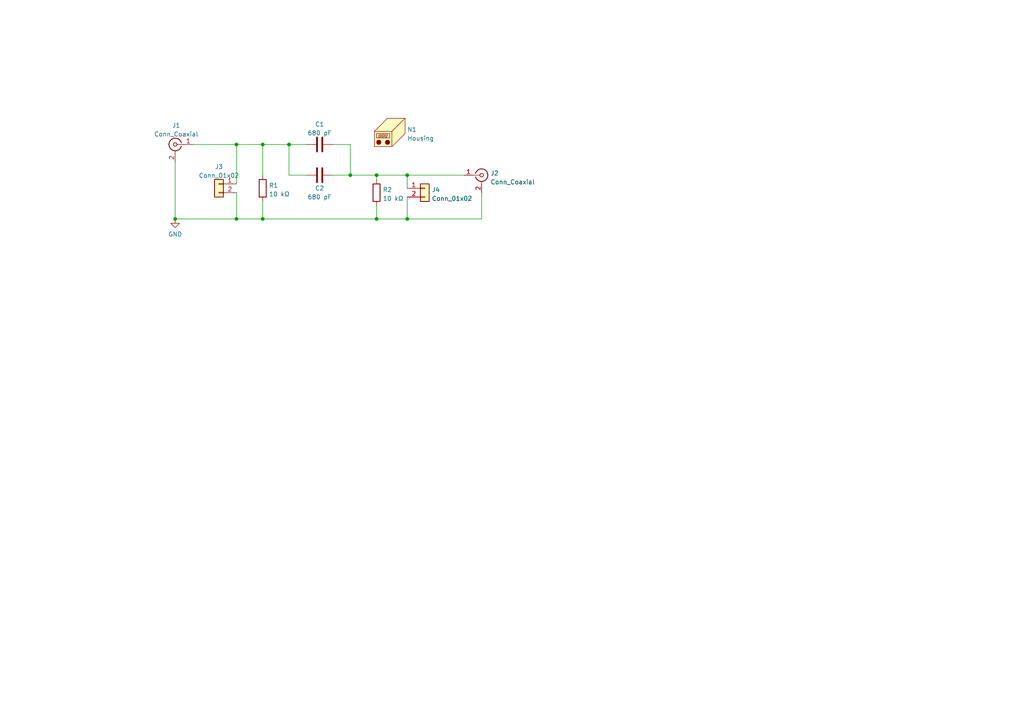
<source format=kicad_sch>
(kicad_sch (version 20211123) (generator eeschema)
  (paper "A4")
  (lib_symbols
    (symbol "Connector:Conn_Coaxial" (pin_names (offset 1.016) hide)
      (property "Reference" "J" (at 0.254 3.048 0))
      (property "Value" "Conn_Coaxial" (at 2.921 0 90))
      (symbol "Conn_Coaxial_0_1"
        (arc (start -1.778 -0.508) (mid 0.222 -1.808) (end 1.778 0) (stroke (width 0.254)))
        (polyline (pts (xy -2.54 0) (xy -0.508 0)))
        (polyline (pts (xy 0 -2.54) (xy 0 -1.778)))
        (circle (center 0 0) (radius 0.508) (stroke (width 0.2032)))
        (arc (start 1.778 0) (mid 0.222 1.8083) (end -1.778 0.508) (stroke (width 0.254)))
      )
      (symbol "Conn_Coaxial_1_1"
        (pin passive line (at -5.08 0 0) (length 2.54) (name "In") (number "1"))
        (pin passive line (at 0 -5.08 90) (length 2.54) (name "Ext") (number "2"))
      )
    )
    (symbol "Connector_Generic:Conn_01x02" (pin_names (offset 1.016) hide)
      (property "Reference" "J" (at 0 2.54 0))
      (property "Value" "Conn_01x02" (at 0 -5.08 0))
      (symbol "Conn_01x02_1_1"
        (rectangle (start -1.27 -2.413) (end 0 -2.667) (stroke (width 0.1524)))
        (rectangle (start -1.27 0.127) (end 0 -0.127) (stroke (width 0.1524)))
        (rectangle (start -1.27 1.27) (end 1.27 -3.81) (stroke (width 0.254)) (fill (type background)))
        (pin passive line (at -5.08 0 0) (length 3.81) (name "Pin_1") (number "1"))
        (pin passive line (at -5.08 -2.54 0) (length 3.81) (name "Pin_2") (number "2"))
      )
    )
    (symbol "Device:C" (pin_numbers hide) (pin_names (offset 0.254))
      (property "Reference" "C" (at 0.635 2.54 0))
      (property "Value" "C" (at 0.635 -2.54 0))
      (symbol "C_0_1"
        (polyline (pts (xy -2.032 -0.762) (xy 2.032 -0.762)) (stroke (width 0.508)))
        (polyline (pts (xy -2.032 0.762) (xy 2.032 0.762)) (stroke (width 0.508)))
      )
      (symbol "C_1_1"
        (pin passive line (at 0 3.81 270) (length 2.794) (name "~") (number "1"))
        (pin passive line (at 0 -3.81 90) (length 2.794) (name "~") (number "2"))
      )
    )
    (symbol "Device:R" (pin_numbers hide) (pin_names (offset 0))
      (property "Reference" "R" (at 2.032 0 90))
      (property "Value" "R" (at 0 0 90))
      (symbol "R_0_1"
        (rectangle (start -1.016 -2.54) (end 1.016 2.54) (stroke (width 0.254)))
      )
      (symbol "R_1_1"
        (pin passive line (at 0 3.81 270) (length 1.27) (name "~") (number "1"))
        (pin passive line (at 0 -3.81 90) (length 1.27) (name "~") (number "2"))
      )
    )
    (symbol "Mechanical:Housing" (pin_names (offset 1.016))
      (property "Reference" "N" (at 3.81 0 0))
      (property "Value" "Housing" (at 3.81 -1.905 0))
      (symbol "Housing_0_1"
        (rectangle (start -5.08 -0.635) (end -1.27 -1.905))
        (circle (center -4.445 -3.175) (radius 0.635) (fill (type outline)))
        (circle (center -1.905 -3.175) (radius 0.635) (fill (type outline)))
        (polyline (pts (xy -4.5212 -1.5748) (xy -4.4704 -1.3716)))
        (polyline (pts (xy -4.4196 -1.6764) (xy -4.064 -1.6764)))
        (polyline (pts (xy -4.4196 -1.2192) (xy -4.3688 -0.9652)))
        (polyline (pts (xy -4.318 -1.3208) (xy -4.0132 -1.3208)))
        (polyline (pts (xy -4.2164 -0.9144) (xy -3.9116 -0.9144)))
        (polyline (pts (xy -3.9116 -1.6256) (xy -3.8608 -1.3716)))
        (polyline (pts (xy -3.81 -1.2192) (xy -3.7592 -0.9652)))
        (polyline (pts (xy -3.6068 -1.5748) (xy -3.556 -1.3716)))
        (polyline (pts (xy -3.5052 -1.6764) (xy -3.1496 -1.6764)))
        (polyline (pts (xy -3.5052 -1.2192) (xy -3.4544 -0.9652)))
        (polyline (pts (xy -3.4036 -1.3208) (xy -3.0988 -1.3208)))
        (polyline (pts (xy -3.302 -0.9144) (xy -2.9972 -0.9144)))
        (polyline (pts (xy -2.9972 -1.6256) (xy -2.9464 -1.3716)))
        (polyline (pts (xy -2.8956 -1.2192) (xy -2.8448 -0.9652)))
        (polyline (pts (xy -2.6924 -1.5748) (xy -2.6416 -1.3716)))
        (polyline (pts (xy -2.5908 -1.6764) (xy -2.2352 -1.6764)))
        (polyline (pts (xy -2.5908 -1.2192) (xy -2.54 -0.9652)))
        (polyline (pts (xy -2.4892 -1.3208) (xy -2.1844 -1.3208)))
        (polyline (pts (xy -2.3876 -0.9144) (xy -2.0828 -0.9144)))
        (polyline (pts (xy -2.0828 -1.6256) (xy -2.032 -1.3716)))
        (polyline (pts (xy -1.9812 -1.2192) (xy -1.9304 -0.9652)))
        (polyline (pts (xy -0.635 0) (xy -0.635 -4.445)))
        (polyline (pts (xy -5.715 0) (xy -0.635 0) (xy 3.175 3.81)))
        (polyline (pts (xy -5.715 0) (xy -5.715 -4.445) (xy -0.635 -4.445) (xy 3.175 -0.635) (xy 3.175 3.81) (xy -1.905 3.81) (xy -5.715 0)) (fill (type background)))
      )
    )
    (symbol "power:GND" (power) (pin_names (offset 0))
      (property "Value" "GND" (at 0 -3.81 0))
      (symbol "GND_0_1"
        (polyline (pts (xy 0 0) (xy 0 -1.27) (xy 1.27 -1.27) (xy 0 -2.54) (xy -1.27 -1.27) (xy 0 -1.27)))
      )
      (symbol "GND_1_1"
        (pin power_in line (at 0 0 270) (length 0) hide (name "GND") (number "1"))
      )
    )
  )
  (junction (at 68.58 41.91))
  (junction (at 76.2 63.5))
  (junction (at 101.6 50.8))
  (junction (at 50.8 63.5))
  (junction (at 68.58 63.5))
  (junction (at 118.11 63.5))
  (junction (at 109.22 50.8))
  (junction (at 109.22 63.5))
  (junction (at 83.82 41.91))
  (junction (at 76.2 41.91))
  (junction (at 118.11 50.8))
  (wire (pts (xy 96.52 50.8) (xy 101.6 50.8)))
  (wire (pts (xy 68.58 41.91) (xy 76.2 41.91)))
  (wire (pts (xy 55.88 41.91) (xy 68.58 41.91)))
  (wire (pts (xy 101.6 41.91) (xy 101.6 50.8)))
  (wire (pts (xy 83.82 41.91) (xy 88.9 41.91)))
  (wire (pts (xy 109.22 50.8) (xy 118.11 50.8)))
  (wire (pts (xy 139.7 55.88) (xy 139.7 63.5)))
  (wire (pts (xy 118.11 57.15) (xy 118.11 63.5)))
  (wire (pts (xy 76.2 63.5) (xy 109.22 63.5)))
  (wire (pts (xy 96.52 41.91) (xy 101.6 41.91)))
  (wire (pts (xy 68.58 41.91) (xy 68.58 53.34)))
  (wire (pts (xy 109.22 50.8) (xy 109.22 52.07)))
  (wire (pts (xy 109.22 59.69) (xy 109.22 63.5)))
  (wire (pts (xy 88.9 50.8) (xy 83.82 50.8)))
  (wire (pts (xy 109.22 63.5) (xy 118.11 63.5)))
  (wire (pts (xy 68.58 55.88) (xy 68.58 63.5)))
  (wire (pts (xy 50.8 63.5) (xy 68.58 63.5)))
  (wire (pts (xy 76.2 41.91) (xy 76.2 50.8)))
  (wire (pts (xy 83.82 41.91) (xy 83.82 50.8)))
  (wire (pts (xy 76.2 41.91) (xy 83.82 41.91)))
  (wire (pts (xy 118.11 50.8) (xy 134.62 50.8)))
  (wire (pts (xy 68.58 63.5) (xy 76.2 63.5)))
  (wire (pts (xy 101.6 50.8) (xy 109.22 50.8)))
  (wire (pts (xy 76.2 58.42) (xy 76.2 63.5)))
  (wire (pts (xy 50.8 46.99) (xy 50.8 63.5)))
  (wire (pts (xy 118.11 63.5) (xy 139.7 63.5)))
  (wire (pts (xy 118.11 50.8) (xy 118.11 54.61)))
  (symbol (lib_id "Device:C") (at 92.71 41.91 90) (unit 1)
    (property "Reference" "C1" (at 92.71 36.0512 90))
    (property "Value" "680 pF" (at 92.71 38.5881 90))
    (property "Footprint" "Capacitor_SMD:C_0805_2012Metric_Pad1.18x1.45mm_HandSolder" (effects hide))
  )
  (symbol (lib_id "Mechanical:Housing") (at 114.3 38.1 0) (unit 1)
    (property "Reference" "N1" (at 118.11 37.5828 0) (effects (justify left)))
    (property "Value" "Housing" (at 118.11 40.1197 0) (effects (justify left)))
  )
  (symbol (lib_id "power:GND") (at 50.8 63.5 0) (unit 1)
    (property "Reference" "#PWR0101" (effects hide))
    (property "Value" "GND" (at 50.8 67.9434 0))
  )
  (symbol (lib_id "Connector_Generic:Conn_01x02") (at 123.19 54.61 0) (unit 1)
    (property "Reference" "J4" (at 125.222 55.0453 0) (effects (justify left)))
    (property "Value" "Conn_01x02" (at 125.222 57.5822 0) (effects (justify left)))
    (property "Footprint" "Connector_PinHeader_2.54mm:PinHeader_1x02_P2.54mm_Vertical" (effects hide))
  )
  (symbol (lib_id "Connector:Conn_Coaxial") (at 50.8 41.91 0) (mirror y) (unit 1)
    (property "Reference" "J1" (at 51.1174 36.3836 0))
    (property "Value" "Conn_Coaxial" (at 51.1174 38.9205 0))
    (property "Datasheet" " ~" (effects hide))
  )
  (symbol (lib_id "Connector:Conn_Coaxial") (at 139.7 50.8 0) (unit 1)
    (property "Reference" "J2" (at 142.24 50.2585 0) (effects (justify left)))
    (property "Value" "Conn_Coaxial" (at 142.24 52.7954 0) (effects (justify left)))
    (property "Footprint" "Connector_Coaxial:SMA_Molex_73251-2200_Horizontal" (effects hide))
    (property "Datasheet" " ~" (effects hide))
  )
  (symbol (lib_id "Device:C") (at 92.71 50.8 90) (unit 1)
    (property "Reference" "C2" (at 92.71 54.61 90))
    (property "Value" "680 pF" (at 92.71 57.15 90))
    (property "Footprint" "Capacitor_SMD:C_0805_2012Metric_Pad1.18x1.45mm_HandSolder" (effects hide))
  )
  (symbol (lib_id "Device:R") (at 109.22 55.88 0) (unit 1)
    (property "Reference" "R2" (at 110.998 55.0453 0) (effects (justify left)))
    (property "Value" "10 kΩ" (at 110.998 57.5822 0) (effects (justify left)))
    (property "Footprint" "Resistor_SMD:R_0805_2012Metric_Pad1.20x1.40mm_HandSolder" (effects hide))
  )
  (symbol (lib_id "Connector_Generic:Conn_01x02") (at 63.5 53.34 0) (mirror y) (unit 1)
    (property "Reference" "J3" (at 63.5 48.3702 0))
    (property "Value" "Conn_01x02" (at 63.5 50.9071 0))
    (property "Footprint" "Connector_PinHeader_2.54mm:PinHeader_1x02_P2.54mm_Vertical" (effects hide))
  )
  (symbol (lib_id "Device:R") (at 76.2 54.61 0) (unit 1)
    (property "Reference" "R1" (at 77.978 53.7753 0) (effects (justify left)))
    (property "Value" "10 kΩ" (at 77.978 56.3122 0) (effects (justify left)))
    (property "Footprint" "Resistor_SMD:R_0805_2012Metric_Pad1.20x1.40mm_HandSolder" (effects hide))
  )
)
</source>
